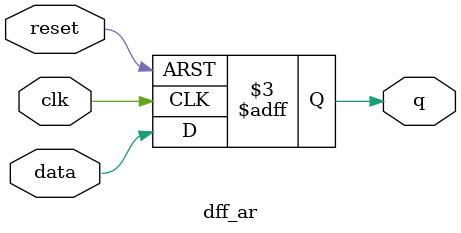
<source format=v>
module dff_ar (data ,clk ,reset , q);
input data, clk, reset ; 
output q;
reg q;
always @ ( posedge clk or negedge reset)
if (~reset) begin
 q <= 1'b0;
end 
else begin
 q <= data;
end
endmodule

</source>
